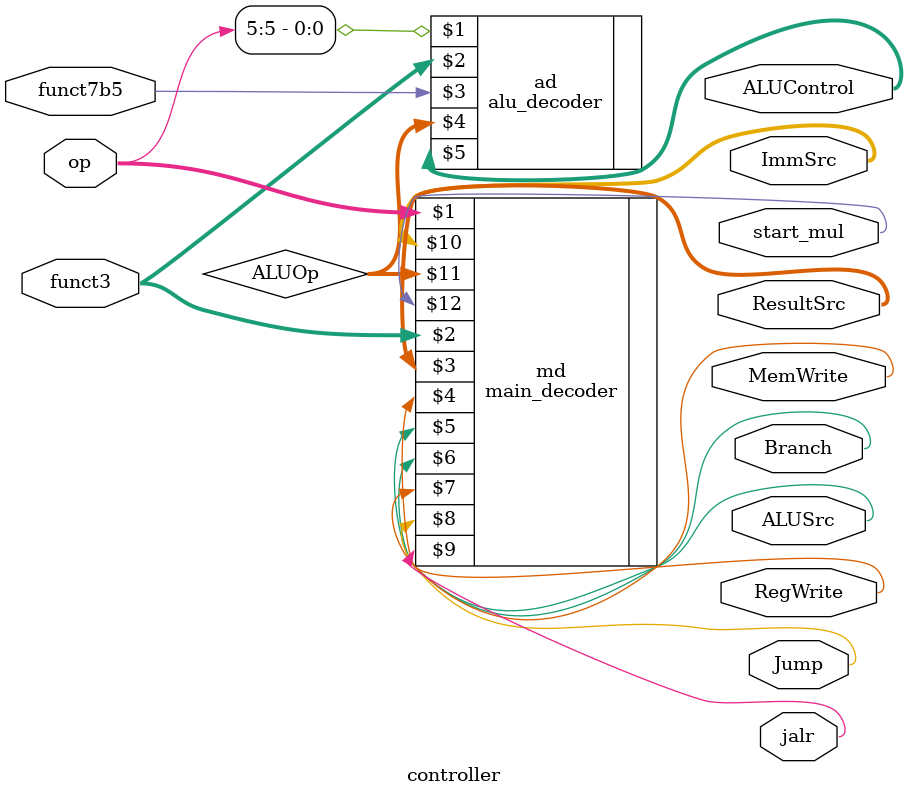
<source format=v>
module controller (
    input [6:0]  op,
    input [2:0]  funct3,
    input        funct7b5,
    output       [1:0] ResultSrc,
    output       MemWrite,
    output       ALUSrc,
    output       RegWrite, Jump, jalr,Branch,
    output [2:0] ImmSrc,
    output [2:0] ALUControl,
    output       start_mul
	 
);
wire [1:0] ALUOp;

main_decoder    md (op, funct3,ResultSrc, MemWrite, Branch,
                    ALUSrc, RegWrite, Jump,jalr, ImmSrc, ALUOp,start_mul);

alu_decoder     ad (op[5], funct3, funct7b5, ALUOp, ALUControl);

endmodule
</source>
